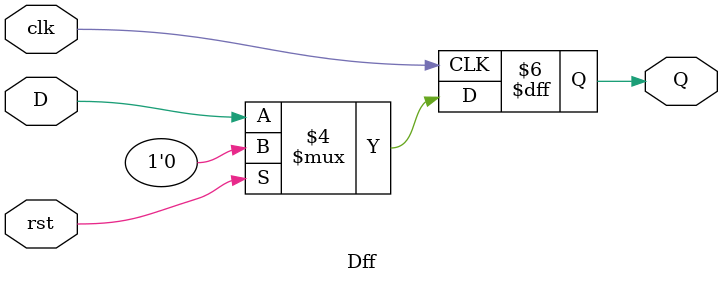
<source format=v>
`timescale 1ns / 1ps


module Dff(Q,D,clk,rst);
input D,clk,rst;
output reg Q;
always @(posedge clk)
begin
if(rst==1'b1)
Q<=1'b0;
else
Q<=D;
end;
endmodule

</source>
